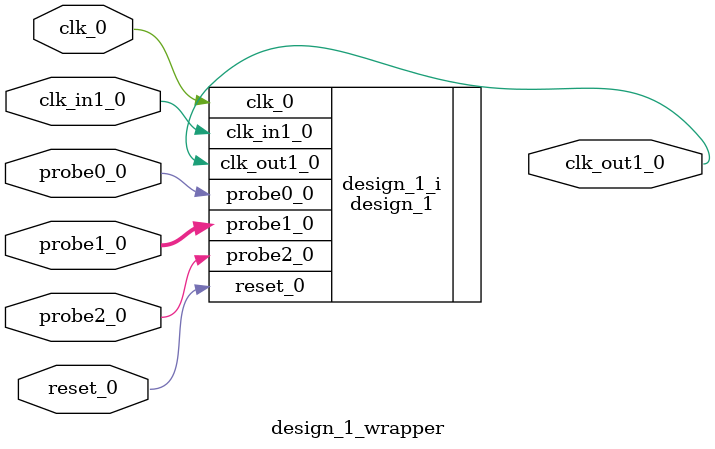
<source format=v>
`timescale 1 ps / 1 ps

module design_1_wrapper
   (clk_0,
    clk_in1_0,
    clk_out1_0,
    probe0_0,
    probe1_0,
    probe2_0,
    reset_0);
  input clk_0;
  input clk_in1_0;
  output clk_out1_0;
  input [0:0]probe0_0;
  input [7:0]probe1_0;
  input [0:0]probe2_0;
  input reset_0;

  wire clk_0;
  wire clk_in1_0;
  wire clk_out1_0;
  wire [0:0]probe0_0;
  wire [7:0]probe1_0;
  wire [0:0]probe2_0;
  wire reset_0;

  design_1 design_1_i
       (.clk_0(clk_0),
        .clk_in1_0(clk_in1_0),
        .clk_out1_0(clk_out1_0),
        .probe0_0(probe0_0),
        .probe1_0(probe1_0),
        .probe2_0(probe2_0),
        .reset_0(reset_0));
endmodule

</source>
